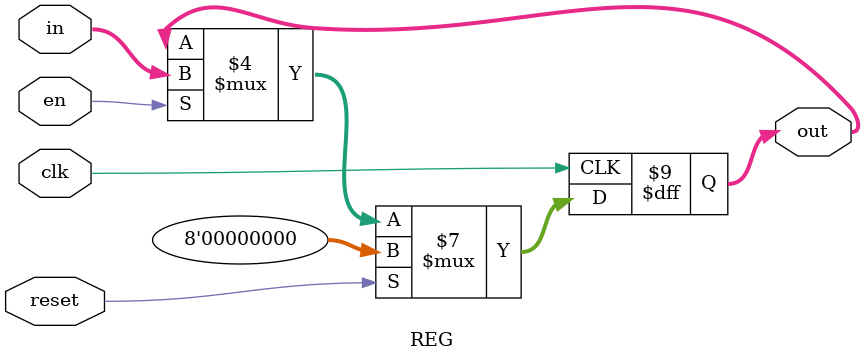
<source format=v>
`timescale 1ns / 1ps
module REG #(parameter width = 8)(
	input		[width-1:0]in,
	output reg[width-1:0]out,
	input clk,
	input reset,
	input en
	
    );
	 
	 initial begin
		out <= 0;
	 end
	 
	 always @(posedge clk)
	 begin
		if (reset)
			out <= 0;
		else 
		begin 
			if(en)
				out <= in;
			else 
				out <= out;
		end 
	 end
	 
endmodule


</source>
